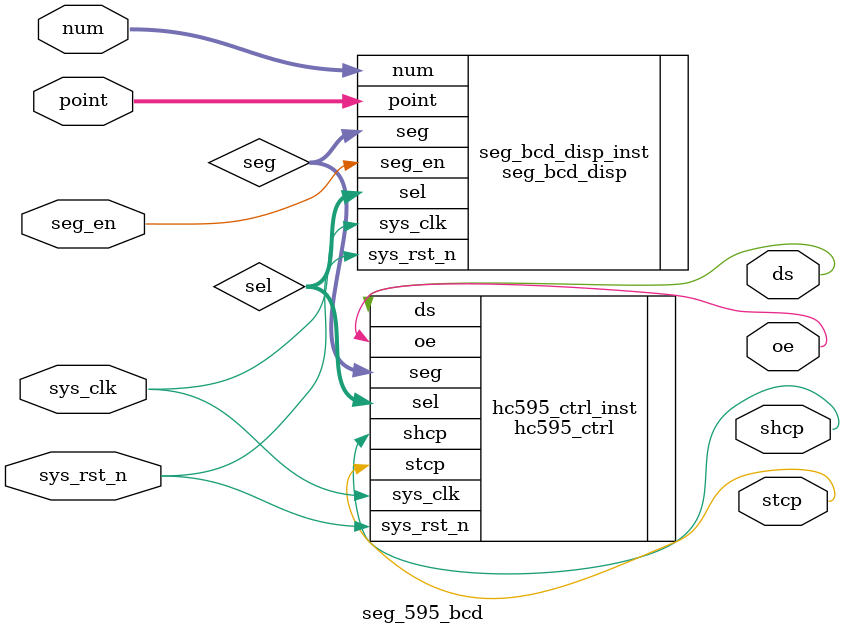
<source format=v>
`timescale  1ns/1ns

module  seg_595_bcd
(
    input   wire            sys_clk     , //系统时钟，频率50MHz
    input   wire            sys_rst_n   , //复位信号，低有效
    input   wire    [23:0]  num         , //数码管要显示的bcd码数值
    input   wire    [5:0]   point       , //小数点显示,高电平有效
    input   wire            seg_en      , //数码管使能信号，高电平有效

    output  wire            stcp        , //输出数据存储寄时钟
    output  wire            shcp        , //移位寄存器的时钟输入
    output  wire            ds          , //串行数据输入
    output  wire            oe            //输出使能信号

);

//********************************************************************//
//******************** Parameter And Internal Signal *****************//
//********************************************************************//

//wire  define
wire    [5:0]   sel;    //数码管位选信号
wire    [7:0]   seg;    //数码管段选信号

//********************************************************************//
//**************************** Main Code *****************************//
//********************************************************************//

seg_bcd_disp    seg_bcd_disp_inst
(
    .sys_clk     (sys_clk  ),   //系统时钟，频率50MHz
    .sys_rst_n   (sys_rst_n),   //复位信号，低有效
    .num         (num      ),   //数码管要显示的值
    .point       (point    ),   //小数点显示,高电平有效
    .seg_en      (seg_en   ),   //数码管使能信号，高电平有效

    .sel         (sel      ),   //数码管位选信号
    .seg         (seg      )    //数码管段选信号
    
);

hc595_ctrl  hc595_ctrl_inst
(
    .sys_clk     (sys_clk  ),   //系统时钟，频率50MHz
    .sys_rst_n   (sys_rst_n),   //复位信号，低有效
    .sel         (sel      ),   //数码管位选信号
    .seg         (seg      ),   //数码管段选信号

    .stcp        (stcp     ),   //输出数据存储寄时钟
    .shcp        (shcp     ),   //移位寄存器的时钟输入
    .ds          (ds       ),   //串行数据输入
    .oe          (oe       )
    
);

endmodule

</source>
